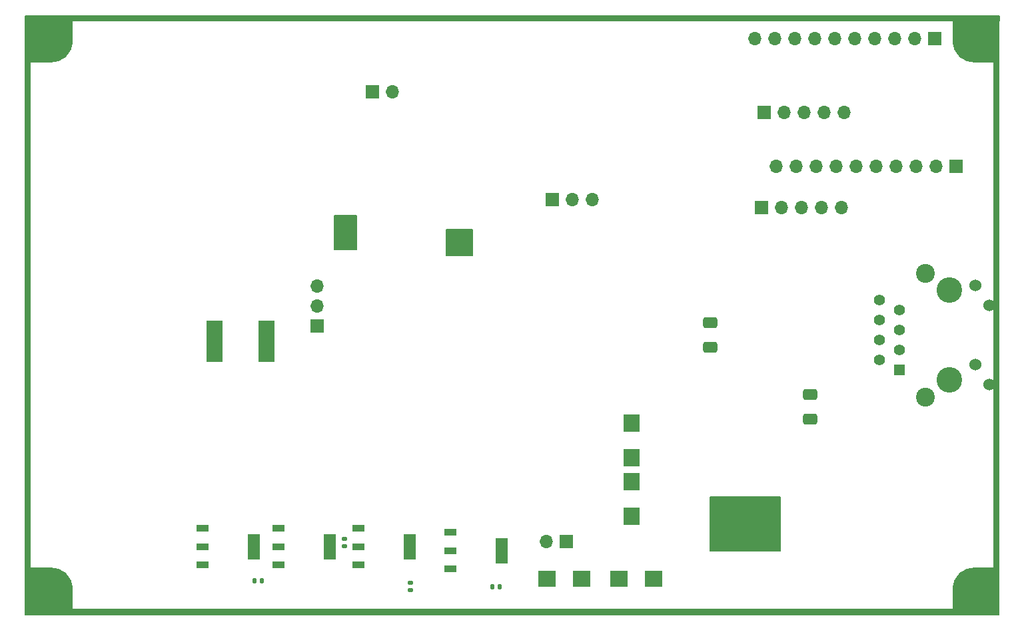
<source format=gbr>
%TF.GenerationSoftware,KiCad,Pcbnew,8.0.0*%
%TF.CreationDate,2024-03-13T17:22:47+01:00*%
%TF.ProjectId,BalloonMotherboardV3,42616c6c-6f6f-46e4-9d6f-74686572626f,rev?*%
%TF.SameCoordinates,Original*%
%TF.FileFunction,Soldermask,Bot*%
%TF.FilePolarity,Negative*%
%FSLAX46Y46*%
G04 Gerber Fmt 4.6, Leading zero omitted, Abs format (unit mm)*
G04 Created by KiCad (PCBNEW 8.0.0) date 2024-03-13 17:22:47*
%MOMM*%
%LPD*%
G01*
G04 APERTURE LIST*
G04 Aperture macros list*
%AMRoundRect*
0 Rectangle with rounded corners*
0 $1 Rounding radius*
0 $2 $3 $4 $5 $6 $7 $8 $9 X,Y pos of 4 corners*
0 Add a 4 corners polygon primitive as box body*
4,1,4,$2,$3,$4,$5,$6,$7,$8,$9,$2,$3,0*
0 Add four circle primitives for the rounded corners*
1,1,$1+$1,$2,$3*
1,1,$1+$1,$4,$5*
1,1,$1+$1,$6,$7*
1,1,$1+$1,$8,$9*
0 Add four rect primitives between the rounded corners*
20,1,$1+$1,$2,$3,$4,$5,0*
20,1,$1+$1,$4,$5,$6,$7,0*
20,1,$1+$1,$6,$7,$8,$9,0*
20,1,$1+$1,$8,$9,$2,$3,0*%
G04 Aperture macros list end*
%ADD10C,0.150000*%
%ADD11C,3.600000*%
%ADD12C,5.600000*%
%ADD13R,1.700000X1.700000*%
%ADD14O,1.700000X1.700000*%
%ADD15C,3.250000*%
%ADD16R,1.400000X1.400000*%
%ADD17C,1.400000*%
%ADD18C,1.530000*%
%ADD19C,2.400000*%
%ADD20R,1.500000X0.900000*%
%ADD21R,1.500000X3.200000*%
%ADD22RoundRect,0.140000X0.170000X-0.140000X0.170000X0.140000X-0.170000X0.140000X-0.170000X-0.140000X0*%
%ADD23R,2.050000X2.250000*%
%ADD24R,2.250000X2.050000*%
%ADD25RoundRect,0.140000X-0.140000X-0.170000X0.140000X-0.170000X0.140000X0.170000X-0.140000X0.170000X0*%
%ADD26RoundRect,0.250000X0.650000X-0.412500X0.650000X0.412500X-0.650000X0.412500X-0.650000X-0.412500X0*%
%ADD27RoundRect,0.140000X-0.170000X0.140000X-0.170000X-0.140000X0.170000X-0.140000X0.170000X0.140000X0*%
%ADD28RoundRect,0.250000X-0.650000X0.412500X-0.650000X-0.412500X0.650000X-0.412500X0.650000X0.412500X0*%
%ADD29R,2.000000X5.300000*%
%ADD30RoundRect,0.140000X0.140000X0.170000X-0.140000X0.170000X-0.140000X-0.170000X0.140000X-0.170000X0*%
G04 APERTURE END LIST*
G36*
X46990000Y-169291000D02*
G01*
X49784000Y-169291000D01*
X49784000Y-174625000D01*
X46990000Y-174625000D01*
X46990000Y-169291000D01*
G37*
D10*
X46291500Y-99060000D02*
X46926500Y-99060000D01*
X46926500Y-175260000D01*
X46291500Y-175260000D01*
X46291500Y-99060000D01*
G36*
X46291500Y-99060000D02*
G01*
X46926500Y-99060000D01*
X46926500Y-175260000D01*
X46291500Y-175260000D01*
X46291500Y-99060000D01*
G37*
X103124000Y-129540000D02*
X99822000Y-129540000D01*
X99822000Y-126238000D01*
X102000000Y-126238000D01*
X103124000Y-126238000D01*
X103124000Y-129540000D01*
G36*
X103124000Y-129540000D02*
G01*
X99822000Y-129540000D01*
X99822000Y-126238000D01*
X102000000Y-126238000D01*
X103124000Y-126238000D01*
X103124000Y-129540000D01*
G37*
G36*
X46990000Y-102235000D02*
G01*
X49657000Y-102235000D01*
X49657000Y-105029000D01*
X46990000Y-105029000D01*
X46990000Y-102235000D01*
G37*
X133350000Y-160274000D02*
X142240000Y-160274000D01*
X142240000Y-167132000D01*
X133350000Y-167132000D01*
X133350000Y-160274000D01*
G36*
X133350000Y-160274000D02*
G01*
X142240000Y-160274000D01*
X142240000Y-167132000D01*
X133350000Y-167132000D01*
X133350000Y-160274000D01*
G37*
G36*
X164211000Y-99695000D02*
G01*
X167005000Y-99695000D01*
X167005000Y-102362000D01*
X164211000Y-102362000D01*
X164211000Y-99695000D01*
G37*
G36*
X166878000Y-169291000D02*
G01*
X169545000Y-169291000D01*
X169545000Y-172085000D01*
X166878000Y-172085000D01*
X166878000Y-169291000D01*
G37*
G36*
X166751000Y-99695000D02*
G01*
X169545000Y-99695000D01*
X169545000Y-105029000D01*
X166751000Y-105029000D01*
X166751000Y-99695000D01*
G37*
X169418000Y-99060000D02*
X170053000Y-99060000D01*
X170053000Y-175260000D01*
X169418000Y-175260000D01*
X169418000Y-99060000D01*
G36*
X169418000Y-99060000D02*
G01*
X170053000Y-99060000D01*
X170053000Y-175260000D01*
X169418000Y-175260000D01*
X169418000Y-99060000D01*
G37*
X46291500Y-99060000D02*
X170116500Y-99060000D01*
X170116500Y-99695000D01*
X46291500Y-99695000D01*
X46291500Y-99060000D01*
G36*
X46291500Y-99060000D02*
G01*
X170116500Y-99060000D01*
X170116500Y-99695000D01*
X46291500Y-99695000D01*
X46291500Y-99060000D01*
G37*
X88392000Y-128778000D02*
X85598000Y-128778000D01*
X85598000Y-124460000D01*
X88392000Y-124460000D01*
X88392000Y-128778000D01*
G36*
X88392000Y-128778000D02*
G01*
X85598000Y-128778000D01*
X85598000Y-124460000D01*
X88392000Y-124460000D01*
X88392000Y-128778000D01*
G37*
G36*
X46990000Y-99695000D02*
G01*
X52324000Y-99695000D01*
X52324000Y-102489000D01*
X46990000Y-102489000D01*
X46990000Y-99695000D01*
G37*
X46863000Y-174625000D02*
X170053000Y-174625000D01*
X170053000Y-175260000D01*
X46863000Y-175260000D01*
X46863000Y-174625000D01*
G36*
X46863000Y-174625000D02*
G01*
X170053000Y-174625000D01*
X170053000Y-175260000D01*
X46863000Y-175260000D01*
X46863000Y-174625000D01*
G37*
G36*
X49530000Y-171958000D02*
G01*
X52324000Y-171958000D01*
X52324000Y-174625000D01*
X49530000Y-174625000D01*
X49530000Y-171958000D01*
G37*
G36*
X164211000Y-171831000D02*
G01*
X169545000Y-171831000D01*
X169545000Y-174625000D01*
X164211000Y-174625000D01*
X164211000Y-171831000D01*
G37*
D11*
%TO.C,H1*%
X49530000Y-102235000D03*
D12*
X49530000Y-102235000D03*
%TD*%
D13*
%TO.C,scl0*%
X140263800Y-111404400D03*
D14*
X142803800Y-111404400D03*
X145343800Y-111404400D03*
X147883800Y-111404400D03*
X150423800Y-111404400D03*
%TD*%
D13*
%TO.C,JHVA1*%
X115067000Y-165989000D03*
D14*
X112527000Y-165989000D03*
%TD*%
D13*
%TO.C,J6*%
X161920000Y-102006400D03*
D14*
X159380000Y-102006400D03*
X156840000Y-102006400D03*
X154300000Y-102006400D03*
X151760000Y-102006400D03*
X149220000Y-102006400D03*
X146680000Y-102006400D03*
X144140000Y-102006400D03*
X141600000Y-102006400D03*
X139060000Y-102006400D03*
%TD*%
D11*
%TO.C,H3*%
X167005000Y-172085000D03*
D12*
X167005000Y-172085000D03*
%TD*%
D15*
%TO.C,J3*%
X163730000Y-145415000D03*
X163730000Y-133985000D03*
D16*
X157380000Y-144145000D03*
D17*
X154840000Y-142875000D03*
X157380000Y-141605000D03*
X154840000Y-140335000D03*
X157380000Y-139065000D03*
X154840000Y-137795000D03*
X157380000Y-136525000D03*
X154840000Y-135255000D03*
D18*
X168810000Y-146025000D03*
X167110000Y-143485000D03*
X168810000Y-135915000D03*
X167110000Y-133375000D03*
D19*
X160680000Y-147575000D03*
X160680000Y-131825000D03*
%TD*%
D11*
%TO.C,H2*%
X49530000Y-172085000D03*
D12*
X49530000Y-172085000D03*
%TD*%
D13*
%TO.C,J5*%
X164587000Y-118262400D03*
D14*
X162047000Y-118262400D03*
X159507000Y-118262400D03*
X156967000Y-118262400D03*
X154427000Y-118262400D03*
X151887000Y-118262400D03*
X149347000Y-118262400D03*
X146807000Y-118262400D03*
X144267000Y-118262400D03*
X141727000Y-118262400D03*
%TD*%
D13*
%TO.C,scl1*%
X139857400Y-123494800D03*
D14*
X142397400Y-123494800D03*
X144937400Y-123494800D03*
X147477400Y-123494800D03*
X150017400Y-123494800D03*
%TD*%
D11*
%TO.C,H4*%
X167005000Y-102235000D03*
D12*
X167005000Y-102235000D03*
%TD*%
D13*
%TO.C,JB_or_U1*%
X113299000Y-122428000D03*
D14*
X115839000Y-122428000D03*
X118379000Y-122428000D03*
%TD*%
D13*
%TO.C,J4*%
X90419000Y-108712000D03*
D14*
X92959000Y-108712000D03*
%TD*%
D13*
%TO.C,J5V2*%
X83439000Y-138542000D03*
D14*
X83439000Y-136002000D03*
X83439000Y-133462000D03*
%TD*%
D20*
%TO.C,ICH4*%
X68886000Y-168924000D03*
X68886000Y-166624000D03*
X68886000Y-164324000D03*
D21*
X75386000Y-166624000D03*
%TD*%
D22*
%TO.C,C60*%
X86868000Y-166596000D03*
X86868000Y-165636000D03*
%TD*%
D23*
%TO.C,D5*%
X123393200Y-155311200D03*
X123393200Y-150911200D03*
%TD*%
D20*
%TO.C,ICH6*%
X88698000Y-168924000D03*
X88698000Y-166624000D03*
X88698000Y-164324000D03*
D21*
X95198000Y-166624000D03*
%TD*%
D23*
%TO.C,D7*%
X123342400Y-162728000D03*
X123342400Y-158328000D03*
%TD*%
D24*
%TO.C,D9*%
X117008000Y-170688000D03*
X112608000Y-170688000D03*
%TD*%
D25*
%TO.C,C59*%
X75466000Y-170942000D03*
X76426000Y-170942000D03*
%TD*%
D26*
%TO.C,C27*%
X146050000Y-150406500D03*
X146050000Y-147281500D03*
%TD*%
D24*
%TO.C,D8*%
X126152000Y-170688000D03*
X121752000Y-170688000D03*
%TD*%
D27*
%TO.C,C61*%
X95250000Y-171224000D03*
X95250000Y-172184000D03*
%TD*%
D28*
%TO.C,C43*%
X133350000Y-138137500D03*
X133350000Y-141262500D03*
%TD*%
D29*
%TO.C,F1*%
X70360000Y-140462000D03*
X76960000Y-140462000D03*
%TD*%
D20*
%TO.C,ICH5*%
X78538000Y-168924000D03*
X78538000Y-166624000D03*
X78538000Y-164324000D03*
D21*
X85038000Y-166624000D03*
%TD*%
D20*
%TO.C,ICH7*%
X100382000Y-169432000D03*
X100382000Y-167132000D03*
X100382000Y-164832000D03*
D21*
X106882000Y-167132000D03*
%TD*%
D30*
%TO.C,C58*%
X106652000Y-171704000D03*
X105692000Y-171704000D03*
%TD*%
M02*

</source>
